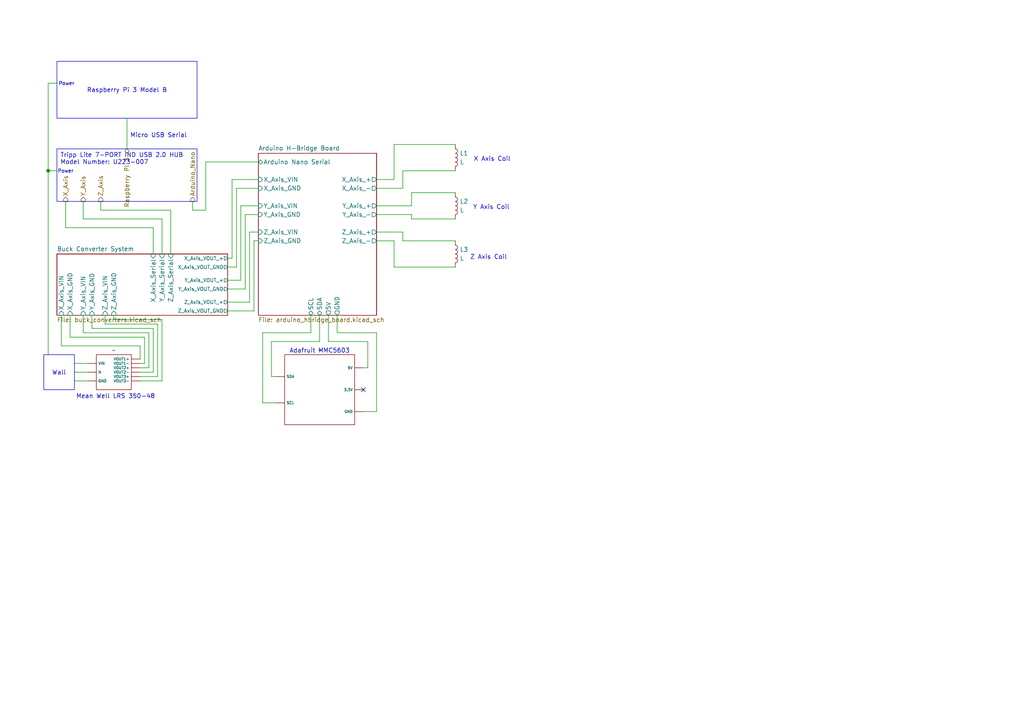
<source format=kicad_sch>
(kicad_sch (version 20231120) (generator "eeschema") (generator_version "8.0")
  (paper "A4")
  (lib_symbols
    (symbol "Device:L" (pin_numbers hide) (pin_names (offset 1.016) hide)
      (property "Reference" "L" (at -1.27 0 90))
      (property "Value" "L" (at 1.905 0 90))
      (symbol "L_0_1"
        (arc (start 0 -2.54) (mid 0.6323 -1.905) (end 0 -1.27))
        (arc (start 0 -1.27) (mid 0.6323 -0.635) (end 0 0))
        (arc (start 0 0) (mid 0.6323 0.635) (end 0 1.27))
        (arc (start 0 1.27) (mid 0.6323 1.905) (end 0 2.54))
      )
      (symbol "L_1_1"
        (pin passive line (at 0 3.81 270) (length 1.27) (name "1") (number "1"))
        (pin passive line (at 0 -3.81 90) (length 1.27) (name "2") (number "2"))
      )
    )
    (symbol "Magnetometers:MMC5603"
      (property "Reference" "MMC1" (at 0 2.54 0))
      (property "Value" "~" (at 0 0 0))
      (symbol "MMC5603_0_1"
        (rectangle (start -10.16 -1.27) (end 10.16 -21.59))
      )
      (symbol "MMC5603_1_1"
        (pin power_in line (at 12.7 -11.43 180) (length 2.54) (name "3.3V") (number ""))
        (pin power_in line (at 12.7 -5.08 180) (length 2.54) (name "5V") (number ""))
        (pin power_in line (at 12.7 -17.78 180) (length 2.54) (name "GND") (number ""))
        (pin input line (at -12.7 -15.24 0) (length 2.54) (name "SCL") (number ""))
        (pin bidirectional line (at -12.7 -7.62 0) (length 2.54) (name "SDA") (number ""))
      )
    )
    (symbol "Power Supply:LRS-350-48_AC/DC_CONVERTER_48V_350W"
      (property "Reference" "LRS" (at 0 0 0))
      (symbol "LRS-350-48_AC/DC_CONVERTER_48V_350W_0_1"
        (rectangle (start -5.08 -1.27) (end 5.08 -11.43))
      )
      (symbol "LRS-350-48_AC/DC_CONVERTER_48V_350W_1_1"
        (pin power_in line (at -7.62 -8.89 0) (length 2.54) (name "GND") (number ""))
        (pin power_out line (at -7.62 -6.35 0) (length 2.54) (name "N") (number ""))
        (pin power_in line (at -7.62 -3.81 0) (length 2.54) (name "VIN") (number ""))
        (pin power_in line (at 7.62 -2.54 180) (length 2.54) (name "VOUT1+") (number ""))
        (pin power_out line (at 7.62 -3.81 180) (length 2.54) (name "VOUT1-") (number ""))
        (pin power_out line (at 7.62 -5.08 180) (length 2.54) (name "VOUT2+") (number ""))
        (pin power_out line (at 7.62 -6.35 180) (length 2.54) (name "VOUT2-") (number ""))
        (pin power_out line (at 7.62 -7.62 180) (length 2.54) (name "VOUT3+") (number ""))
        (pin power_out line (at 7.62 -8.89 180) (length 2.54) (name "VOUT3-") (number ""))
      )
    )
  )
  (junction (at 13.97 49.53))
  (no_connect (at 105.41 113.03))
  (wire (pts (xy 109.22 59.69) (xy 119.38 59.69)))
  (wire (pts (xy 116.84 69.85) (xy 132.08 69.85)))
  (wire (pts (xy 106.68 99.06) (xy 106.68 106.68)))
  (wire (pts (xy 109.22 54.61) (xy 116.84 54.61)))
  (wire (pts (xy 76.2 96.52) (xy 76.2 116.84)))
  (wire (pts (xy 66.04 83.82) (xy 71.12 83.82)))
  (wire (pts (xy 109.22 62.23) (xy 119.38 62.23)))
  (wire (pts (xy 116.84 67.31) (xy 116.84 69.85)))
  (wire (pts (xy 49.53 60.96) (xy 49.53 73.66)))
  (wire (pts (xy 33.02 92.71) (xy 33.02 91.44)))
  (wire (pts (xy 44.45 95.25) (xy 26.67 95.25)))
  (wire (pts (xy 67.31 52.07) (xy 74.93 52.07)))
  (wire (pts (xy 106.68 106.68) (xy 105.41 106.68)))
  (wire (pts (xy 46.99 92.71) (xy 33.02 92.71)))
  (wire (pts (xy 71.12 83.82) (xy 71.12 62.23)))
  (wire (pts (xy 68.58 54.61) (xy 74.93 54.61)))
  (wire (pts (xy 119.38 63.5) (xy 132.08 63.5)))
  (wire (pts (xy 92.71 99.06) (xy 78.74 99.06)))
  (wire (pts (xy 19.05 66.04) (xy 44.45 66.04)))
  (wire (pts (xy 40.64 107.95) (xy 44.45 107.95)))
  (wire (pts (xy 40.64 110.49) (xy 46.99 110.49)))
  (wire (pts (xy 40.64 100.33) (xy 17.78 100.33)))
  (wire (pts (xy 45.72 109.22) (xy 45.72 93.98)))
  (wire (pts (xy 26.67 95.25) (xy 26.67 91.44)))
  (wire (pts (xy 29.21 58.42) (xy 29.21 60.96)))
  (wire (pts (xy 19.05 58.42) (xy 19.05 66.04)))
  (wire (pts (xy 44.45 66.04) (xy 44.45 73.66)))
  (wire (pts (xy 59.69 60.96) (xy 59.69 46.99)))
  (wire (pts (xy 109.22 67.31) (xy 116.84 67.31)))
  (wire (pts (xy 46.99 73.66) (xy 46.99 63.5)))
  (wire (pts (xy 45.72 93.98) (xy 30.48 93.98)))
  (wire (pts (xy 72.39 67.31) (xy 74.93 67.31)))
  (wire (pts (xy 36.83 34.29) (xy 36.83 43.18)))
  (wire (pts (xy 73.66 69.85) (xy 74.93 69.85)))
  (wire (pts (xy 109.22 52.07) (xy 114.3 52.07)))
  (wire (pts (xy 43.18 106.68) (xy 43.18 96.52)))
  (wire (pts (xy 109.22 69.85) (xy 114.3 69.85)))
  (wire (pts (xy 78.74 109.22) (xy 80.01 109.22)))
  (wire (pts (xy 21.59 110.49) (xy 25.4 110.49)))
  (wire (pts (xy 114.3 77.47) (xy 132.08 77.47)))
  (wire (pts (xy 114.3 52.07) (xy 114.3 41.91)))
  (wire (pts (xy 40.64 105.41) (xy 41.91 105.41)))
  (wire (pts (xy 29.21 60.96) (xy 49.53 60.96)))
  (wire (pts (xy 97.79 96.52) (xy 109.22 96.52)))
  (wire (pts (xy 43.18 96.52) (xy 24.13 96.52)))
  (wire (pts (xy 16.51 49.53) (xy 13.97 49.53)))
  (wire (pts (xy 71.12 62.23) (xy 74.93 62.23)))
  (wire (pts (xy 69.85 81.28) (xy 69.85 59.69)))
  (wire (pts (xy 24.13 63.5) (xy 24.13 58.42)))
  (wire (pts (xy 41.91 105.41) (xy 41.91 97.79)))
  (wire (pts (xy 66.04 81.28) (xy 69.85 81.28)))
  (wire (pts (xy 41.91 97.79) (xy 20.32 97.79)))
  (wire (pts (xy 119.38 59.69) (xy 119.38 55.88)))
  (wire (pts (xy 76.2 116.84) (xy 80.01 116.84)))
  (wire (pts (xy 116.84 54.61) (xy 116.84 49.53)))
  (wire (pts (xy 21.59 105.41) (xy 25.4 105.41)))
  (wire (pts (xy 66.04 87.63) (xy 72.39 87.63)))
  (wire (pts (xy 44.45 107.95) (xy 44.45 95.25)))
  (wire (pts (xy 119.38 55.88) (xy 132.08 55.88)))
  (wire (pts (xy 66.04 90.17) (xy 73.66 90.17)))
  (wire (pts (xy 109.22 119.38) (xy 105.41 119.38)))
  (wire (pts (xy 21.59 107.95) (xy 25.4 107.95)))
  (wire (pts (xy 68.58 77.47) (xy 68.58 54.61)))
  (wire (pts (xy 116.84 49.53) (xy 132.08 49.53)))
  (wire (pts (xy 78.74 99.06) (xy 78.74 109.22)))
  (wire (pts (xy 109.22 96.52) (xy 109.22 119.38)))
  (wire (pts (xy 17.78 100.33) (xy 17.78 91.44)))
  (wire (pts (xy 95.25 99.06) (xy 106.68 99.06)))
  (wire (pts (xy 90.17 91.44) (xy 90.17 96.52)))
  (wire (pts (xy 66.04 77.47) (xy 68.58 77.47)))
  (wire (pts (xy 46.99 63.5) (xy 24.13 63.5)))
  (wire (pts (xy 46.99 110.49) (xy 46.99 92.71)))
  (wire (pts (xy 114.3 41.91) (xy 132.08 41.91)))
  (wire (pts (xy 40.64 106.68) (xy 43.18 106.68)))
  (wire (pts (xy 40.64 109.22) (xy 45.72 109.22)))
  (wire (pts (xy 69.85 59.69) (xy 74.93 59.69)))
  (wire (pts (xy 92.71 91.44) (xy 92.71 99.06)))
  (wire (pts (xy 114.3 69.85) (xy 114.3 77.47)))
  (wire (pts (xy 13.97 49.53) (xy 13.97 102.87)))
  (wire (pts (xy 72.39 87.63) (xy 72.39 67.31)))
  (wire (pts (xy 20.32 97.79) (xy 20.32 91.44)))
  (wire (pts (xy 66.04 74.93) (xy 67.31 74.93)))
  (wire (pts (xy 119.38 62.23) (xy 119.38 63.5)))
  (wire (pts (xy 90.17 96.52) (xy 76.2 96.52)))
  (wire (pts (xy 67.31 74.93) (xy 67.31 52.07)))
  (wire (pts (xy 13.97 24.13) (xy 13.97 49.53)))
  (wire (pts (xy 16.51 24.13) (xy 13.97 24.13)))
  (wire (pts (xy 55.88 58.42) (xy 55.88 60.96)))
  (wire (pts (xy 97.79 91.44) (xy 97.79 96.52)))
  (wire (pts (xy 73.66 90.17) (xy 73.66 69.85)))
  (wire (pts (xy 55.88 60.96) (xy 59.69 60.96)))
  (wire (pts (xy 59.69 46.99) (xy 74.93 46.99)))
  (wire (pts (xy 30.48 93.98) (xy 30.48 91.44)))
  (wire (pts (xy 95.25 91.44) (xy 95.25 99.06)))
  (wire (pts (xy 40.64 104.14) (xy 40.64 100.33)))
  (wire (pts (xy 24.13 96.52) (xy 24.13 91.44)))
  (text_box "Tripp Lite 7-PORT IND USB 2.0 HUB\nModel Number: U223-007" (at 16.51 43.18 0) (size 40.64 15.24) (effects (font (size 1.27 1.27)) (justify left top)))
  (text_box "Raspberry Pi 3 Model B" (at 16.51 17.78 0) (size 40.64 16.51) (effects (font (size 1.27 1.27))))
  (text_box "Wall\n" (at 12.7 102.87 0) (size 8.89 10.16) (effects (font (size 1.27 1.27))))
  (text "Power" (at 19.05 49.784 0) (effects (font (size 1.016 1.016))))
  (text "Mean Well LRS 350-48" (at 33.528 115.062 0) (effects (font (size 1.27 1.27))))
  (text "Adafruit MMC5603" (at 92.71 101.854 0) (effects (font (size 1.27 1.27))))
  (text "Y Axis Coil" (at 142.494 60.198 0) (effects (font (size 1.27 1.27))))
  (text "X Axis Coil" (at 142.748 46.228 0) (effects (font (size 1.27 1.27))))
  (text "Z Axis Coil" (at 141.732 74.676 0) (effects (font (size 1.27 1.27))))
  (text "Micro USB Serial " (at 46.482 39.37 0) (effects (font (size 1.27 1.27))))
  (text "Power" (at 19.304 24.384 0) (effects (font (size 1.016 1.016))))
  (hierarchical_label "X_Axis" (shape output) (at 19.05 58.42 90))
  (hierarchical_label "Raspberry Pi 3 " (shape bidirectional) (at 36.83 43.18 270))
  (hierarchical_label "Z_Axis" (shape output) (at 29.21 58.42 90))
  (hierarchical_label "Arduino_Nano" (shape output) (at 55.88 58.42 90))
  (hierarchical_label "Y_Axis" (shape output) (at 24.13 58.42 90))
  (symbol (lib_id "Device:L") (at 132.08 59.69 0) (unit 1)
    (property "Reference" "L2" (at 133.35 58.4199 0) (effects (justify left)))
    (property "Value" "L" (at 133.35 60.9599 0) (effects (justify left)))
    (property "Description" "Inductor" (effects (hide yes)))
  )
  (symbol (lib_id "Magnetometers:MMC5603") (at 92.71 101.6 0) (unit 1)
    (property "Reference" "MMC1" (effects (hide yes)))
    (property "Value" "~" (at 92.71 101.6 0))
  )
  (symbol (lib_id "Power Supply:LRS-350-48_AC/DC_CONVERTER_48V_350W") (at 33.02 101.6 0) (unit 1)
    (property "Reference" "LRS1" (effects (hide yes)))
    (property "Value" "~" (at 33.02 101.6 0))
  )
  (symbol (lib_id "Device:L") (at 132.08 73.66 0) (unit 1)
    (property "Reference" "L3" (at 133.35 72.3899 0) (effects (justify left)))
    (property "Value" "L" (at 133.35 74.9299 0) (effects (justify left)))
    (property "Description" "Inductor" (effects (hide yes)))
  )
  (symbol (lib_id "Device:L") (at 132.08 45.72 0) (unit 1)
    (property "Reference" "L1" (at 133.35 44.4499 0) (effects (justify left)))
    (property "Value" "L" (at 133.35 46.9899 0) (effects (justify left)))
    (property "Description" "Inductor" (effects (hide yes)))
  )
  (sheet (at 74.93 44.45) (size 34.29 46.99) (stroke (width 0.1524))
    (property "Sheetname" "Arduino H-Bridge Board" (at 74.93 43.7384 0) (effects (justify left bottom)))
    (property "Sheetfile" "arduino_hbridge_board.kicad_sch" (at 74.93 92.0246 0) (effects (justify left top)))
    (pin "Z_Axis_+" output (at 109.22 67.31 0))
    (pin "Z_Axis_GND" input (at 74.93 69.85 180))
    (pin "Z_Axis_-" output (at 109.22 69.85 0))
    (pin "Z_Axis_VIN" input (at 74.93 67.31 180))
    (pin "Y_Axis_VIN" input (at 74.93 59.69 180))
    (pin "X_Axis_VIN" input (at 74.93 52.07 180))
    (pin "X_Axis_+" output (at 109.22 52.07 0))
    (pin "X_Axis_-" output (at 109.22 54.61 0))
    (pin "X_Axis_GND" input (at 74.93 54.61 180))
    (pin "Y_Axis_GND" input (at 74.93 62.23 180))
    (pin "Y_Axis_-" output (at 109.22 62.23 0))
    (pin "Y_Axis_+" output (at 109.22 59.69 0))
    (pin "5V" output (at 95.25 91.44 270))
    (pin "Arduino Nano Serial" bidirectional (at 74.93 46.99 180))
    (pin "GND" output (at 97.79 91.44 270))
    (pin "SDA" bidirectional (at 92.71 91.44 270))
    (pin "SCL" bidirectional (at 90.17 91.44 270))
  )
  (sheet (at 16.51 73.66) (size 49.53 17.78) (stroke (width 0.1524))
    (property "Sheetname" "Buck Converter System" (at 16.51 72.9484 0) (effects (justify left bottom)))
    (property "Sheetfile" "buck_converters.kicad_sch" (at 16.51 92.0246 0) (effects (justify left top)))
    (pin "X_Axis_VIN" input (at 17.78 91.44 270))
    (pin "X_Axis_GND" input (at 20.32 91.44 270))
    (pin "X_Axis_Serial" input (at 44.45 73.66 90))
    (pin "Y_Axis_VIN" input (at 24.13 91.44 270))
    (pin "Y_Axis_GND" input (at 26.67 91.44 270))
    (pin "Y_Axis_Serial" input (at 46.99 73.66 90))
    (pin "Z_Axis_VIN" input (at 30.48 91.44 270))
    (pin "Z_Axis_GND" input (at 33.02 91.44 270))
    (pin "Z_Axis_Serial" input (at 49.53 73.66 90))
    (pin "X_Axis_VOUT_+" output (at 66.04 74.93 0) (effects (font (size 1.016 1.016))))
    (pin "X_Axis_VOUT_GND" output (at 66.04 77.47 0) (effects (font (size 1.016 1.016))))
    (pin "Z_Axis_VOUT_+" output (at 66.04 87.63 0) (effects (font (size 1.016 1.016))))
    (pin "Z_Axis_VOUT_GND" output (at 66.04 90.17 0) (effects (font (size 1.016 1.016))))
    (pin "Y_Axis_VOUT_GND" output (at 66.04 83.82 0) (effects (font (size 1.016 1.016))))
    (pin "Y_Axis_VOUT_+" output (at 66.04 81.28 0) (effects (font (size 1.016 1.016))))
  )
)
</source>
